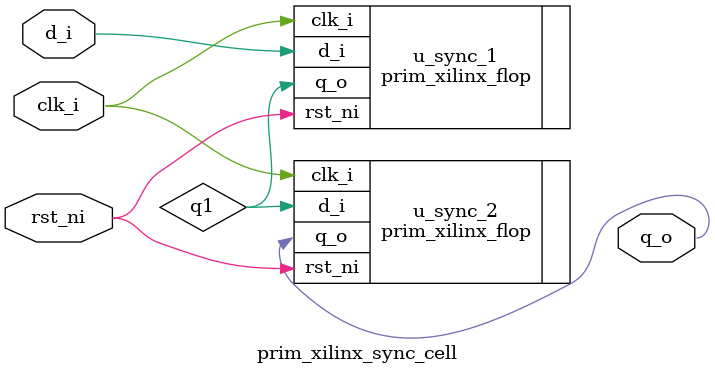
<source format=sv>

`include "prim_assert.sv"

module prim_xilinx_sync_cell #(
  parameter int               Width      = 1,
  parameter logic [Width-1:0] ResetValue = 0
) (
  input                    clk_i,
  input                    rst_ni,
  input        [Width-1:0] d_i,
  output logic [Width-1:0] q_o
);

  // Since this is already a "xilinx" implementation,
  // we don't use the primgen'd 'prim_flop' here, but
  // instantiate prim_xilinx_flop directly.
  logic [Width-1:0] q1;
  prim_xilinx_flop #(
    .Width(Width),
    .ResetValue(ResetValue)
  ) u_sync_1 (
    .clk_i,
    .rst_ni,
    .d_i,
    .q_o(q1)
  );

  prim_xilinx_flop #(
    .Width(Width),
    .ResetValue(ResetValue)
  ) u_sync_2 (
    .clk_i,
    .rst_ni,
    .d_i(q1),
    .q_o
  );

endmodule

</source>
